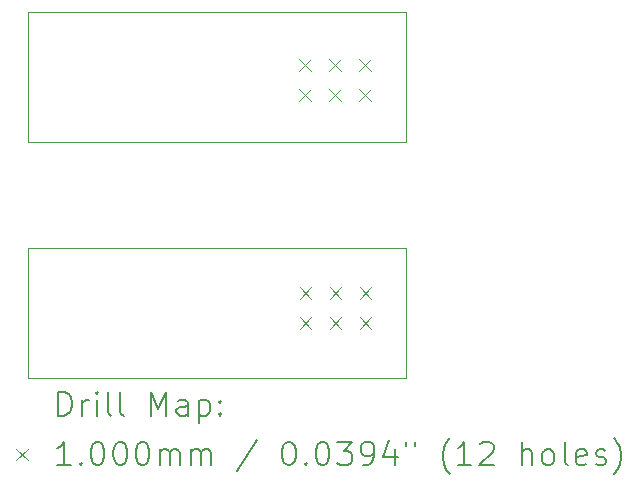
<source format=gbr>
%TF.GenerationSoftware,KiCad,Pcbnew,7.0.7*%
%TF.CreationDate,2023-10-21T18:00:49-07:00*%
%TF.ProjectId,DC32_Cnet_Badge_SAO,44433332-5f43-46e6-9574-5f4261646765,rev?*%
%TF.SameCoordinates,Original*%
%TF.FileFunction,Drillmap*%
%TF.FilePolarity,Positive*%
%FSLAX45Y45*%
G04 Gerber Fmt 4.5, Leading zero omitted, Abs format (unit mm)*
G04 Created by KiCad (PCBNEW 7.0.7) date 2023-10-21 18:00:49*
%MOMM*%
%LPD*%
G01*
G04 APERTURE LIST*
%ADD10C,0.100000*%
%ADD11C,0.200000*%
G04 APERTURE END LIST*
D10*
X14000000Y-6900000D02*
X17200000Y-6900000D01*
X17200000Y-8000000D01*
X14000000Y-8000000D01*
X14000000Y-6900000D01*
X14000000Y-8900000D02*
X17200000Y-8900000D01*
X17200000Y-10000000D01*
X14000000Y-10000000D01*
X14000000Y-8900000D01*
D11*
D10*
X16294500Y-7296000D02*
X16394500Y-7396000D01*
X16394500Y-7296000D02*
X16294500Y-7396000D01*
X16294500Y-7550000D02*
X16394500Y-7650000D01*
X16394500Y-7550000D02*
X16294500Y-7650000D01*
X16297500Y-9225000D02*
X16397500Y-9325000D01*
X16397500Y-9225000D02*
X16297500Y-9325000D01*
X16297500Y-9479000D02*
X16397500Y-9579000D01*
X16397500Y-9479000D02*
X16297500Y-9579000D01*
X16548500Y-7296000D02*
X16648500Y-7396000D01*
X16648500Y-7296000D02*
X16548500Y-7396000D01*
X16548500Y-7550000D02*
X16648500Y-7650000D01*
X16648500Y-7550000D02*
X16548500Y-7650000D01*
X16551500Y-9225000D02*
X16651500Y-9325000D01*
X16651500Y-9225000D02*
X16551500Y-9325000D01*
X16551500Y-9479000D02*
X16651500Y-9579000D01*
X16651500Y-9479000D02*
X16551500Y-9579000D01*
X16802500Y-7296000D02*
X16902500Y-7396000D01*
X16902500Y-7296000D02*
X16802500Y-7396000D01*
X16802500Y-7550000D02*
X16902500Y-7650000D01*
X16902500Y-7550000D02*
X16802500Y-7650000D01*
X16805500Y-9225000D02*
X16905500Y-9325000D01*
X16905500Y-9225000D02*
X16805500Y-9325000D01*
X16805500Y-9479000D02*
X16905500Y-9579000D01*
X16905500Y-9479000D02*
X16805500Y-9579000D01*
D11*
X14255777Y-10316484D02*
X14255777Y-10116484D01*
X14255777Y-10116484D02*
X14303396Y-10116484D01*
X14303396Y-10116484D02*
X14331967Y-10126008D01*
X14331967Y-10126008D02*
X14351015Y-10145055D01*
X14351015Y-10145055D02*
X14360539Y-10164103D01*
X14360539Y-10164103D02*
X14370062Y-10202198D01*
X14370062Y-10202198D02*
X14370062Y-10230770D01*
X14370062Y-10230770D02*
X14360539Y-10268865D01*
X14360539Y-10268865D02*
X14351015Y-10287912D01*
X14351015Y-10287912D02*
X14331967Y-10306960D01*
X14331967Y-10306960D02*
X14303396Y-10316484D01*
X14303396Y-10316484D02*
X14255777Y-10316484D01*
X14455777Y-10316484D02*
X14455777Y-10183150D01*
X14455777Y-10221246D02*
X14465301Y-10202198D01*
X14465301Y-10202198D02*
X14474824Y-10192674D01*
X14474824Y-10192674D02*
X14493872Y-10183150D01*
X14493872Y-10183150D02*
X14512920Y-10183150D01*
X14579586Y-10316484D02*
X14579586Y-10183150D01*
X14579586Y-10116484D02*
X14570062Y-10126008D01*
X14570062Y-10126008D02*
X14579586Y-10135531D01*
X14579586Y-10135531D02*
X14589110Y-10126008D01*
X14589110Y-10126008D02*
X14579586Y-10116484D01*
X14579586Y-10116484D02*
X14579586Y-10135531D01*
X14703396Y-10316484D02*
X14684348Y-10306960D01*
X14684348Y-10306960D02*
X14674824Y-10287912D01*
X14674824Y-10287912D02*
X14674824Y-10116484D01*
X14808158Y-10316484D02*
X14789110Y-10306960D01*
X14789110Y-10306960D02*
X14779586Y-10287912D01*
X14779586Y-10287912D02*
X14779586Y-10116484D01*
X15036729Y-10316484D02*
X15036729Y-10116484D01*
X15036729Y-10116484D02*
X15103396Y-10259341D01*
X15103396Y-10259341D02*
X15170062Y-10116484D01*
X15170062Y-10116484D02*
X15170062Y-10316484D01*
X15351015Y-10316484D02*
X15351015Y-10211722D01*
X15351015Y-10211722D02*
X15341491Y-10192674D01*
X15341491Y-10192674D02*
X15322443Y-10183150D01*
X15322443Y-10183150D02*
X15284348Y-10183150D01*
X15284348Y-10183150D02*
X15265301Y-10192674D01*
X15351015Y-10306960D02*
X15331967Y-10316484D01*
X15331967Y-10316484D02*
X15284348Y-10316484D01*
X15284348Y-10316484D02*
X15265301Y-10306960D01*
X15265301Y-10306960D02*
X15255777Y-10287912D01*
X15255777Y-10287912D02*
X15255777Y-10268865D01*
X15255777Y-10268865D02*
X15265301Y-10249817D01*
X15265301Y-10249817D02*
X15284348Y-10240293D01*
X15284348Y-10240293D02*
X15331967Y-10240293D01*
X15331967Y-10240293D02*
X15351015Y-10230770D01*
X15446253Y-10183150D02*
X15446253Y-10383150D01*
X15446253Y-10192674D02*
X15465301Y-10183150D01*
X15465301Y-10183150D02*
X15503396Y-10183150D01*
X15503396Y-10183150D02*
X15522443Y-10192674D01*
X15522443Y-10192674D02*
X15531967Y-10202198D01*
X15531967Y-10202198D02*
X15541491Y-10221246D01*
X15541491Y-10221246D02*
X15541491Y-10278389D01*
X15541491Y-10278389D02*
X15531967Y-10297436D01*
X15531967Y-10297436D02*
X15522443Y-10306960D01*
X15522443Y-10306960D02*
X15503396Y-10316484D01*
X15503396Y-10316484D02*
X15465301Y-10316484D01*
X15465301Y-10316484D02*
X15446253Y-10306960D01*
X15627205Y-10297436D02*
X15636729Y-10306960D01*
X15636729Y-10306960D02*
X15627205Y-10316484D01*
X15627205Y-10316484D02*
X15617682Y-10306960D01*
X15617682Y-10306960D02*
X15627205Y-10297436D01*
X15627205Y-10297436D02*
X15627205Y-10316484D01*
X15627205Y-10192674D02*
X15636729Y-10202198D01*
X15636729Y-10202198D02*
X15627205Y-10211722D01*
X15627205Y-10211722D02*
X15617682Y-10202198D01*
X15617682Y-10202198D02*
X15627205Y-10192674D01*
X15627205Y-10192674D02*
X15627205Y-10211722D01*
D10*
X13895000Y-10595000D02*
X13995000Y-10695000D01*
X13995000Y-10595000D02*
X13895000Y-10695000D01*
D11*
X14360539Y-10736484D02*
X14246253Y-10736484D01*
X14303396Y-10736484D02*
X14303396Y-10536484D01*
X14303396Y-10536484D02*
X14284348Y-10565055D01*
X14284348Y-10565055D02*
X14265301Y-10584103D01*
X14265301Y-10584103D02*
X14246253Y-10593627D01*
X14446253Y-10717436D02*
X14455777Y-10726960D01*
X14455777Y-10726960D02*
X14446253Y-10736484D01*
X14446253Y-10736484D02*
X14436729Y-10726960D01*
X14436729Y-10726960D02*
X14446253Y-10717436D01*
X14446253Y-10717436D02*
X14446253Y-10736484D01*
X14579586Y-10536484D02*
X14598634Y-10536484D01*
X14598634Y-10536484D02*
X14617682Y-10546008D01*
X14617682Y-10546008D02*
X14627205Y-10555531D01*
X14627205Y-10555531D02*
X14636729Y-10574579D01*
X14636729Y-10574579D02*
X14646253Y-10612674D01*
X14646253Y-10612674D02*
X14646253Y-10660293D01*
X14646253Y-10660293D02*
X14636729Y-10698389D01*
X14636729Y-10698389D02*
X14627205Y-10717436D01*
X14627205Y-10717436D02*
X14617682Y-10726960D01*
X14617682Y-10726960D02*
X14598634Y-10736484D01*
X14598634Y-10736484D02*
X14579586Y-10736484D01*
X14579586Y-10736484D02*
X14560539Y-10726960D01*
X14560539Y-10726960D02*
X14551015Y-10717436D01*
X14551015Y-10717436D02*
X14541491Y-10698389D01*
X14541491Y-10698389D02*
X14531967Y-10660293D01*
X14531967Y-10660293D02*
X14531967Y-10612674D01*
X14531967Y-10612674D02*
X14541491Y-10574579D01*
X14541491Y-10574579D02*
X14551015Y-10555531D01*
X14551015Y-10555531D02*
X14560539Y-10546008D01*
X14560539Y-10546008D02*
X14579586Y-10536484D01*
X14770062Y-10536484D02*
X14789110Y-10536484D01*
X14789110Y-10536484D02*
X14808158Y-10546008D01*
X14808158Y-10546008D02*
X14817682Y-10555531D01*
X14817682Y-10555531D02*
X14827205Y-10574579D01*
X14827205Y-10574579D02*
X14836729Y-10612674D01*
X14836729Y-10612674D02*
X14836729Y-10660293D01*
X14836729Y-10660293D02*
X14827205Y-10698389D01*
X14827205Y-10698389D02*
X14817682Y-10717436D01*
X14817682Y-10717436D02*
X14808158Y-10726960D01*
X14808158Y-10726960D02*
X14789110Y-10736484D01*
X14789110Y-10736484D02*
X14770062Y-10736484D01*
X14770062Y-10736484D02*
X14751015Y-10726960D01*
X14751015Y-10726960D02*
X14741491Y-10717436D01*
X14741491Y-10717436D02*
X14731967Y-10698389D01*
X14731967Y-10698389D02*
X14722443Y-10660293D01*
X14722443Y-10660293D02*
X14722443Y-10612674D01*
X14722443Y-10612674D02*
X14731967Y-10574579D01*
X14731967Y-10574579D02*
X14741491Y-10555531D01*
X14741491Y-10555531D02*
X14751015Y-10546008D01*
X14751015Y-10546008D02*
X14770062Y-10536484D01*
X14960539Y-10536484D02*
X14979586Y-10536484D01*
X14979586Y-10536484D02*
X14998634Y-10546008D01*
X14998634Y-10546008D02*
X15008158Y-10555531D01*
X15008158Y-10555531D02*
X15017682Y-10574579D01*
X15017682Y-10574579D02*
X15027205Y-10612674D01*
X15027205Y-10612674D02*
X15027205Y-10660293D01*
X15027205Y-10660293D02*
X15017682Y-10698389D01*
X15017682Y-10698389D02*
X15008158Y-10717436D01*
X15008158Y-10717436D02*
X14998634Y-10726960D01*
X14998634Y-10726960D02*
X14979586Y-10736484D01*
X14979586Y-10736484D02*
X14960539Y-10736484D01*
X14960539Y-10736484D02*
X14941491Y-10726960D01*
X14941491Y-10726960D02*
X14931967Y-10717436D01*
X14931967Y-10717436D02*
X14922443Y-10698389D01*
X14922443Y-10698389D02*
X14912920Y-10660293D01*
X14912920Y-10660293D02*
X14912920Y-10612674D01*
X14912920Y-10612674D02*
X14922443Y-10574579D01*
X14922443Y-10574579D02*
X14931967Y-10555531D01*
X14931967Y-10555531D02*
X14941491Y-10546008D01*
X14941491Y-10546008D02*
X14960539Y-10536484D01*
X15112920Y-10736484D02*
X15112920Y-10603150D01*
X15112920Y-10622198D02*
X15122443Y-10612674D01*
X15122443Y-10612674D02*
X15141491Y-10603150D01*
X15141491Y-10603150D02*
X15170063Y-10603150D01*
X15170063Y-10603150D02*
X15189110Y-10612674D01*
X15189110Y-10612674D02*
X15198634Y-10631722D01*
X15198634Y-10631722D02*
X15198634Y-10736484D01*
X15198634Y-10631722D02*
X15208158Y-10612674D01*
X15208158Y-10612674D02*
X15227205Y-10603150D01*
X15227205Y-10603150D02*
X15255777Y-10603150D01*
X15255777Y-10603150D02*
X15274824Y-10612674D01*
X15274824Y-10612674D02*
X15284348Y-10631722D01*
X15284348Y-10631722D02*
X15284348Y-10736484D01*
X15379586Y-10736484D02*
X15379586Y-10603150D01*
X15379586Y-10622198D02*
X15389110Y-10612674D01*
X15389110Y-10612674D02*
X15408158Y-10603150D01*
X15408158Y-10603150D02*
X15436729Y-10603150D01*
X15436729Y-10603150D02*
X15455777Y-10612674D01*
X15455777Y-10612674D02*
X15465301Y-10631722D01*
X15465301Y-10631722D02*
X15465301Y-10736484D01*
X15465301Y-10631722D02*
X15474824Y-10612674D01*
X15474824Y-10612674D02*
X15493872Y-10603150D01*
X15493872Y-10603150D02*
X15522443Y-10603150D01*
X15522443Y-10603150D02*
X15541491Y-10612674D01*
X15541491Y-10612674D02*
X15551015Y-10631722D01*
X15551015Y-10631722D02*
X15551015Y-10736484D01*
X15941491Y-10526960D02*
X15770063Y-10784103D01*
X16198634Y-10536484D02*
X16217682Y-10536484D01*
X16217682Y-10536484D02*
X16236729Y-10546008D01*
X16236729Y-10546008D02*
X16246253Y-10555531D01*
X16246253Y-10555531D02*
X16255777Y-10574579D01*
X16255777Y-10574579D02*
X16265301Y-10612674D01*
X16265301Y-10612674D02*
X16265301Y-10660293D01*
X16265301Y-10660293D02*
X16255777Y-10698389D01*
X16255777Y-10698389D02*
X16246253Y-10717436D01*
X16246253Y-10717436D02*
X16236729Y-10726960D01*
X16236729Y-10726960D02*
X16217682Y-10736484D01*
X16217682Y-10736484D02*
X16198634Y-10736484D01*
X16198634Y-10736484D02*
X16179586Y-10726960D01*
X16179586Y-10726960D02*
X16170063Y-10717436D01*
X16170063Y-10717436D02*
X16160539Y-10698389D01*
X16160539Y-10698389D02*
X16151015Y-10660293D01*
X16151015Y-10660293D02*
X16151015Y-10612674D01*
X16151015Y-10612674D02*
X16160539Y-10574579D01*
X16160539Y-10574579D02*
X16170063Y-10555531D01*
X16170063Y-10555531D02*
X16179586Y-10546008D01*
X16179586Y-10546008D02*
X16198634Y-10536484D01*
X16351015Y-10717436D02*
X16360539Y-10726960D01*
X16360539Y-10726960D02*
X16351015Y-10736484D01*
X16351015Y-10736484D02*
X16341491Y-10726960D01*
X16341491Y-10726960D02*
X16351015Y-10717436D01*
X16351015Y-10717436D02*
X16351015Y-10736484D01*
X16484348Y-10536484D02*
X16503396Y-10536484D01*
X16503396Y-10536484D02*
X16522444Y-10546008D01*
X16522444Y-10546008D02*
X16531967Y-10555531D01*
X16531967Y-10555531D02*
X16541491Y-10574579D01*
X16541491Y-10574579D02*
X16551015Y-10612674D01*
X16551015Y-10612674D02*
X16551015Y-10660293D01*
X16551015Y-10660293D02*
X16541491Y-10698389D01*
X16541491Y-10698389D02*
X16531967Y-10717436D01*
X16531967Y-10717436D02*
X16522444Y-10726960D01*
X16522444Y-10726960D02*
X16503396Y-10736484D01*
X16503396Y-10736484D02*
X16484348Y-10736484D01*
X16484348Y-10736484D02*
X16465301Y-10726960D01*
X16465301Y-10726960D02*
X16455777Y-10717436D01*
X16455777Y-10717436D02*
X16446253Y-10698389D01*
X16446253Y-10698389D02*
X16436729Y-10660293D01*
X16436729Y-10660293D02*
X16436729Y-10612674D01*
X16436729Y-10612674D02*
X16446253Y-10574579D01*
X16446253Y-10574579D02*
X16455777Y-10555531D01*
X16455777Y-10555531D02*
X16465301Y-10546008D01*
X16465301Y-10546008D02*
X16484348Y-10536484D01*
X16617682Y-10536484D02*
X16741491Y-10536484D01*
X16741491Y-10536484D02*
X16674825Y-10612674D01*
X16674825Y-10612674D02*
X16703396Y-10612674D01*
X16703396Y-10612674D02*
X16722444Y-10622198D01*
X16722444Y-10622198D02*
X16731967Y-10631722D01*
X16731967Y-10631722D02*
X16741491Y-10650770D01*
X16741491Y-10650770D02*
X16741491Y-10698389D01*
X16741491Y-10698389D02*
X16731967Y-10717436D01*
X16731967Y-10717436D02*
X16722444Y-10726960D01*
X16722444Y-10726960D02*
X16703396Y-10736484D01*
X16703396Y-10736484D02*
X16646253Y-10736484D01*
X16646253Y-10736484D02*
X16627206Y-10726960D01*
X16627206Y-10726960D02*
X16617682Y-10717436D01*
X16836729Y-10736484D02*
X16874825Y-10736484D01*
X16874825Y-10736484D02*
X16893872Y-10726960D01*
X16893872Y-10726960D02*
X16903396Y-10717436D01*
X16903396Y-10717436D02*
X16922444Y-10688865D01*
X16922444Y-10688865D02*
X16931968Y-10650770D01*
X16931968Y-10650770D02*
X16931968Y-10574579D01*
X16931968Y-10574579D02*
X16922444Y-10555531D01*
X16922444Y-10555531D02*
X16912920Y-10546008D01*
X16912920Y-10546008D02*
X16893872Y-10536484D01*
X16893872Y-10536484D02*
X16855777Y-10536484D01*
X16855777Y-10536484D02*
X16836729Y-10546008D01*
X16836729Y-10546008D02*
X16827206Y-10555531D01*
X16827206Y-10555531D02*
X16817682Y-10574579D01*
X16817682Y-10574579D02*
X16817682Y-10622198D01*
X16817682Y-10622198D02*
X16827206Y-10641246D01*
X16827206Y-10641246D02*
X16836729Y-10650770D01*
X16836729Y-10650770D02*
X16855777Y-10660293D01*
X16855777Y-10660293D02*
X16893872Y-10660293D01*
X16893872Y-10660293D02*
X16912920Y-10650770D01*
X16912920Y-10650770D02*
X16922444Y-10641246D01*
X16922444Y-10641246D02*
X16931968Y-10622198D01*
X17103396Y-10603150D02*
X17103396Y-10736484D01*
X17055777Y-10526960D02*
X17008158Y-10669817D01*
X17008158Y-10669817D02*
X17131968Y-10669817D01*
X17198634Y-10536484D02*
X17198634Y-10574579D01*
X17274825Y-10536484D02*
X17274825Y-10574579D01*
X17570063Y-10812674D02*
X17560539Y-10803150D01*
X17560539Y-10803150D02*
X17541491Y-10774579D01*
X17541491Y-10774579D02*
X17531968Y-10755531D01*
X17531968Y-10755531D02*
X17522444Y-10726960D01*
X17522444Y-10726960D02*
X17512920Y-10679341D01*
X17512920Y-10679341D02*
X17512920Y-10641246D01*
X17512920Y-10641246D02*
X17522444Y-10593627D01*
X17522444Y-10593627D02*
X17531968Y-10565055D01*
X17531968Y-10565055D02*
X17541491Y-10546008D01*
X17541491Y-10546008D02*
X17560539Y-10517436D01*
X17560539Y-10517436D02*
X17570063Y-10507912D01*
X17751015Y-10736484D02*
X17636730Y-10736484D01*
X17693872Y-10736484D02*
X17693872Y-10536484D01*
X17693872Y-10536484D02*
X17674825Y-10565055D01*
X17674825Y-10565055D02*
X17655777Y-10584103D01*
X17655777Y-10584103D02*
X17636730Y-10593627D01*
X17827206Y-10555531D02*
X17836730Y-10546008D01*
X17836730Y-10546008D02*
X17855777Y-10536484D01*
X17855777Y-10536484D02*
X17903396Y-10536484D01*
X17903396Y-10536484D02*
X17922444Y-10546008D01*
X17922444Y-10546008D02*
X17931968Y-10555531D01*
X17931968Y-10555531D02*
X17941491Y-10574579D01*
X17941491Y-10574579D02*
X17941491Y-10593627D01*
X17941491Y-10593627D02*
X17931968Y-10622198D01*
X17931968Y-10622198D02*
X17817682Y-10736484D01*
X17817682Y-10736484D02*
X17941491Y-10736484D01*
X18179587Y-10736484D02*
X18179587Y-10536484D01*
X18265301Y-10736484D02*
X18265301Y-10631722D01*
X18265301Y-10631722D02*
X18255777Y-10612674D01*
X18255777Y-10612674D02*
X18236730Y-10603150D01*
X18236730Y-10603150D02*
X18208158Y-10603150D01*
X18208158Y-10603150D02*
X18189111Y-10612674D01*
X18189111Y-10612674D02*
X18179587Y-10622198D01*
X18389111Y-10736484D02*
X18370063Y-10726960D01*
X18370063Y-10726960D02*
X18360539Y-10717436D01*
X18360539Y-10717436D02*
X18351015Y-10698389D01*
X18351015Y-10698389D02*
X18351015Y-10641246D01*
X18351015Y-10641246D02*
X18360539Y-10622198D01*
X18360539Y-10622198D02*
X18370063Y-10612674D01*
X18370063Y-10612674D02*
X18389111Y-10603150D01*
X18389111Y-10603150D02*
X18417682Y-10603150D01*
X18417682Y-10603150D02*
X18436730Y-10612674D01*
X18436730Y-10612674D02*
X18446253Y-10622198D01*
X18446253Y-10622198D02*
X18455777Y-10641246D01*
X18455777Y-10641246D02*
X18455777Y-10698389D01*
X18455777Y-10698389D02*
X18446253Y-10717436D01*
X18446253Y-10717436D02*
X18436730Y-10726960D01*
X18436730Y-10726960D02*
X18417682Y-10736484D01*
X18417682Y-10736484D02*
X18389111Y-10736484D01*
X18570063Y-10736484D02*
X18551015Y-10726960D01*
X18551015Y-10726960D02*
X18541492Y-10707912D01*
X18541492Y-10707912D02*
X18541492Y-10536484D01*
X18722444Y-10726960D02*
X18703396Y-10736484D01*
X18703396Y-10736484D02*
X18665301Y-10736484D01*
X18665301Y-10736484D02*
X18646253Y-10726960D01*
X18646253Y-10726960D02*
X18636730Y-10707912D01*
X18636730Y-10707912D02*
X18636730Y-10631722D01*
X18636730Y-10631722D02*
X18646253Y-10612674D01*
X18646253Y-10612674D02*
X18665301Y-10603150D01*
X18665301Y-10603150D02*
X18703396Y-10603150D01*
X18703396Y-10603150D02*
X18722444Y-10612674D01*
X18722444Y-10612674D02*
X18731968Y-10631722D01*
X18731968Y-10631722D02*
X18731968Y-10650770D01*
X18731968Y-10650770D02*
X18636730Y-10669817D01*
X18808158Y-10726960D02*
X18827206Y-10736484D01*
X18827206Y-10736484D02*
X18865301Y-10736484D01*
X18865301Y-10736484D02*
X18884349Y-10726960D01*
X18884349Y-10726960D02*
X18893873Y-10707912D01*
X18893873Y-10707912D02*
X18893873Y-10698389D01*
X18893873Y-10698389D02*
X18884349Y-10679341D01*
X18884349Y-10679341D02*
X18865301Y-10669817D01*
X18865301Y-10669817D02*
X18836730Y-10669817D01*
X18836730Y-10669817D02*
X18817682Y-10660293D01*
X18817682Y-10660293D02*
X18808158Y-10641246D01*
X18808158Y-10641246D02*
X18808158Y-10631722D01*
X18808158Y-10631722D02*
X18817682Y-10612674D01*
X18817682Y-10612674D02*
X18836730Y-10603150D01*
X18836730Y-10603150D02*
X18865301Y-10603150D01*
X18865301Y-10603150D02*
X18884349Y-10612674D01*
X18960539Y-10812674D02*
X18970063Y-10803150D01*
X18970063Y-10803150D02*
X18989111Y-10774579D01*
X18989111Y-10774579D02*
X18998634Y-10755531D01*
X18998634Y-10755531D02*
X19008158Y-10726960D01*
X19008158Y-10726960D02*
X19017682Y-10679341D01*
X19017682Y-10679341D02*
X19017682Y-10641246D01*
X19017682Y-10641246D02*
X19008158Y-10593627D01*
X19008158Y-10593627D02*
X18998634Y-10565055D01*
X18998634Y-10565055D02*
X18989111Y-10546008D01*
X18989111Y-10546008D02*
X18970063Y-10517436D01*
X18970063Y-10517436D02*
X18960539Y-10507912D01*
M02*

</source>
